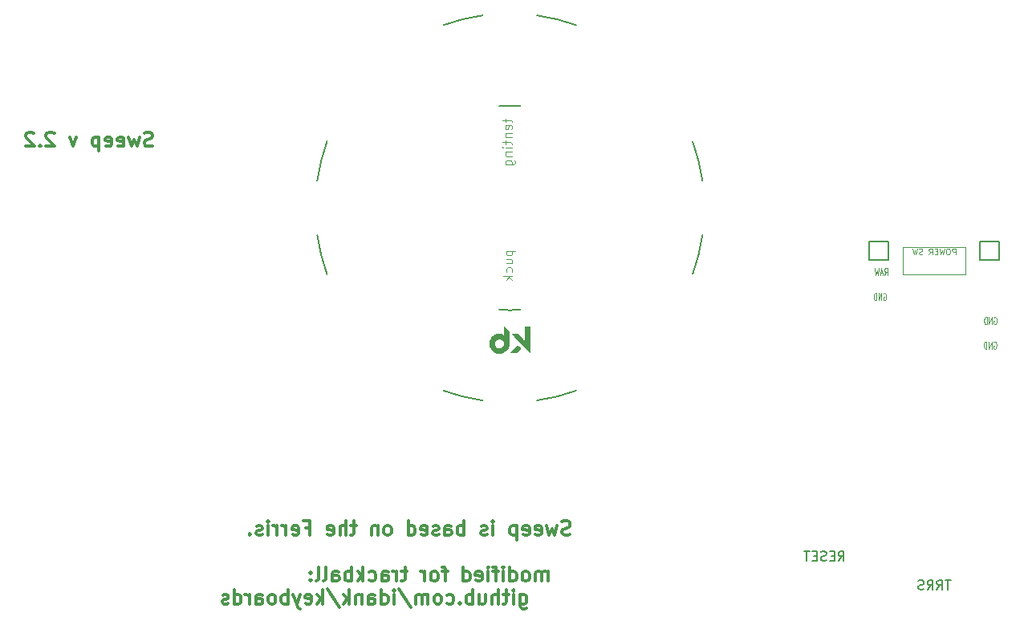
<source format=gbr>
%TF.GenerationSoftware,KiCad,Pcbnew,(6.0.8-1)-1*%
%TF.CreationDate,2023-02-27T11:26:25+02:00*%
%TF.ProjectId,sweepv2,73776565-7076-4322-9e6b-696361645f70,rev?*%
%TF.SameCoordinates,Original*%
%TF.FileFunction,Legend,Bot*%
%TF.FilePolarity,Positive*%
%FSLAX46Y46*%
G04 Gerber Fmt 4.6, Leading zero omitted, Abs format (unit mm)*
G04 Created by KiCad (PCBNEW (6.0.8-1)-1) date 2023-02-27 11:26:25*
%MOMM*%
%LPD*%
G01*
G04 APERTURE LIST*
%ADD10C,0.120000*%
%ADD11C,0.300000*%
%ADD12C,0.125000*%
%ADD13C,0.150000*%
%ADD14C,0.100000*%
%ADD15C,0.200000*%
%ADD16C,0.010000*%
G04 APERTURE END LIST*
D10*
X226822000Y-50419000D02*
X233426000Y-50419000D01*
X233426000Y-50419000D02*
X233426000Y-53340000D01*
X233426000Y-53340000D02*
X226822000Y-53340000D01*
X226822000Y-53340000D02*
X226822000Y-50419000D01*
D11*
X147648571Y-39723142D02*
X147434285Y-39794571D01*
X147077142Y-39794571D01*
X146934285Y-39723142D01*
X146862857Y-39651714D01*
X146791428Y-39508857D01*
X146791428Y-39366000D01*
X146862857Y-39223142D01*
X146934285Y-39151714D01*
X147077142Y-39080285D01*
X147362857Y-39008857D01*
X147505714Y-38937428D01*
X147577142Y-38866000D01*
X147648571Y-38723142D01*
X147648571Y-38580285D01*
X147577142Y-38437428D01*
X147505714Y-38366000D01*
X147362857Y-38294571D01*
X147005714Y-38294571D01*
X146791428Y-38366000D01*
X146291428Y-38794571D02*
X146005714Y-39794571D01*
X145720000Y-39080285D01*
X145434285Y-39794571D01*
X145148571Y-38794571D01*
X144005714Y-39723142D02*
X144148571Y-39794571D01*
X144434285Y-39794571D01*
X144577142Y-39723142D01*
X144648571Y-39580285D01*
X144648571Y-39008857D01*
X144577142Y-38866000D01*
X144434285Y-38794571D01*
X144148571Y-38794571D01*
X144005714Y-38866000D01*
X143934285Y-39008857D01*
X143934285Y-39151714D01*
X144648571Y-39294571D01*
X142720000Y-39723142D02*
X142862857Y-39794571D01*
X143148571Y-39794571D01*
X143291428Y-39723142D01*
X143362857Y-39580285D01*
X143362857Y-39008857D01*
X143291428Y-38866000D01*
X143148571Y-38794571D01*
X142862857Y-38794571D01*
X142720000Y-38866000D01*
X142648571Y-39008857D01*
X142648571Y-39151714D01*
X143362857Y-39294571D01*
X142005714Y-38794571D02*
X142005714Y-40294571D01*
X142005714Y-38866000D02*
X141862857Y-38794571D01*
X141577142Y-38794571D01*
X141434285Y-38866000D01*
X141362857Y-38937428D01*
X141291428Y-39080285D01*
X141291428Y-39508857D01*
X141362857Y-39651714D01*
X141434285Y-39723142D01*
X141577142Y-39794571D01*
X141862857Y-39794571D01*
X142005714Y-39723142D01*
X139648571Y-38794571D02*
X139291428Y-39794571D01*
X138934285Y-38794571D01*
X137291428Y-38437428D02*
X137220000Y-38366000D01*
X137077142Y-38294571D01*
X136720000Y-38294571D01*
X136577142Y-38366000D01*
X136505714Y-38437428D01*
X136434285Y-38580285D01*
X136434285Y-38723142D01*
X136505714Y-38937428D01*
X137362857Y-39794571D01*
X136434285Y-39794571D01*
X135791428Y-39651714D02*
X135720000Y-39723142D01*
X135791428Y-39794571D01*
X135862857Y-39723142D01*
X135791428Y-39651714D01*
X135791428Y-39794571D01*
X135148571Y-38437428D02*
X135077142Y-38366000D01*
X134934285Y-38294571D01*
X134577142Y-38294571D01*
X134434285Y-38366000D01*
X134362857Y-38437428D01*
X134291428Y-38580285D01*
X134291428Y-38723142D01*
X134362857Y-38937428D01*
X135220000Y-39794571D01*
X134291428Y-39794571D01*
X191719285Y-80759642D02*
X191505000Y-80831071D01*
X191147857Y-80831071D01*
X191005000Y-80759642D01*
X190933571Y-80688214D01*
X190862142Y-80545357D01*
X190862142Y-80402500D01*
X190933571Y-80259642D01*
X191005000Y-80188214D01*
X191147857Y-80116785D01*
X191433571Y-80045357D01*
X191576428Y-79973928D01*
X191647857Y-79902500D01*
X191719285Y-79759642D01*
X191719285Y-79616785D01*
X191647857Y-79473928D01*
X191576428Y-79402500D01*
X191433571Y-79331071D01*
X191076428Y-79331071D01*
X190862142Y-79402500D01*
X190362142Y-79831071D02*
X190076428Y-80831071D01*
X189790714Y-80116785D01*
X189505000Y-80831071D01*
X189219285Y-79831071D01*
X188076428Y-80759642D02*
X188219285Y-80831071D01*
X188505000Y-80831071D01*
X188647857Y-80759642D01*
X188719285Y-80616785D01*
X188719285Y-80045357D01*
X188647857Y-79902500D01*
X188505000Y-79831071D01*
X188219285Y-79831071D01*
X188076428Y-79902500D01*
X188005000Y-80045357D01*
X188005000Y-80188214D01*
X188719285Y-80331071D01*
X186790714Y-80759642D02*
X186933571Y-80831071D01*
X187219285Y-80831071D01*
X187362142Y-80759642D01*
X187433571Y-80616785D01*
X187433571Y-80045357D01*
X187362142Y-79902500D01*
X187219285Y-79831071D01*
X186933571Y-79831071D01*
X186790714Y-79902500D01*
X186719285Y-80045357D01*
X186719285Y-80188214D01*
X187433571Y-80331071D01*
X186076428Y-79831071D02*
X186076428Y-81331071D01*
X186076428Y-79902500D02*
X185933571Y-79831071D01*
X185647857Y-79831071D01*
X185505000Y-79902500D01*
X185433571Y-79973928D01*
X185362142Y-80116785D01*
X185362142Y-80545357D01*
X185433571Y-80688214D01*
X185505000Y-80759642D01*
X185647857Y-80831071D01*
X185933571Y-80831071D01*
X186076428Y-80759642D01*
X183576428Y-80831071D02*
X183576428Y-79831071D01*
X183576428Y-79331071D02*
X183647857Y-79402500D01*
X183576428Y-79473928D01*
X183505000Y-79402500D01*
X183576428Y-79331071D01*
X183576428Y-79473928D01*
X182933571Y-80759642D02*
X182790714Y-80831071D01*
X182505000Y-80831071D01*
X182362142Y-80759642D01*
X182290714Y-80616785D01*
X182290714Y-80545357D01*
X182362142Y-80402500D01*
X182505000Y-80331071D01*
X182719285Y-80331071D01*
X182862142Y-80259642D01*
X182933571Y-80116785D01*
X182933571Y-80045357D01*
X182862142Y-79902500D01*
X182719285Y-79831071D01*
X182505000Y-79831071D01*
X182362142Y-79902500D01*
X180505000Y-80831071D02*
X180505000Y-79331071D01*
X180505000Y-79902500D02*
X180362142Y-79831071D01*
X180076428Y-79831071D01*
X179933571Y-79902500D01*
X179862142Y-79973928D01*
X179790714Y-80116785D01*
X179790714Y-80545357D01*
X179862142Y-80688214D01*
X179933571Y-80759642D01*
X180076428Y-80831071D01*
X180362142Y-80831071D01*
X180505000Y-80759642D01*
X178505000Y-80831071D02*
X178505000Y-80045357D01*
X178576428Y-79902500D01*
X178719285Y-79831071D01*
X179005000Y-79831071D01*
X179147857Y-79902500D01*
X178505000Y-80759642D02*
X178647857Y-80831071D01*
X179005000Y-80831071D01*
X179147857Y-80759642D01*
X179219285Y-80616785D01*
X179219285Y-80473928D01*
X179147857Y-80331071D01*
X179005000Y-80259642D01*
X178647857Y-80259642D01*
X178505000Y-80188214D01*
X177862142Y-80759642D02*
X177719285Y-80831071D01*
X177433571Y-80831071D01*
X177290714Y-80759642D01*
X177219285Y-80616785D01*
X177219285Y-80545357D01*
X177290714Y-80402500D01*
X177433571Y-80331071D01*
X177647857Y-80331071D01*
X177790714Y-80259642D01*
X177862142Y-80116785D01*
X177862142Y-80045357D01*
X177790714Y-79902500D01*
X177647857Y-79831071D01*
X177433571Y-79831071D01*
X177290714Y-79902500D01*
X176005000Y-80759642D02*
X176147857Y-80831071D01*
X176433571Y-80831071D01*
X176576428Y-80759642D01*
X176647857Y-80616785D01*
X176647857Y-80045357D01*
X176576428Y-79902500D01*
X176433571Y-79831071D01*
X176147857Y-79831071D01*
X176005000Y-79902500D01*
X175933571Y-80045357D01*
X175933571Y-80188214D01*
X176647857Y-80331071D01*
X174647857Y-80831071D02*
X174647857Y-79331071D01*
X174647857Y-80759642D02*
X174790714Y-80831071D01*
X175076428Y-80831071D01*
X175219285Y-80759642D01*
X175290714Y-80688214D01*
X175362142Y-80545357D01*
X175362142Y-80116785D01*
X175290714Y-79973928D01*
X175219285Y-79902500D01*
X175076428Y-79831071D01*
X174790714Y-79831071D01*
X174647857Y-79902500D01*
X172576428Y-80831071D02*
X172719285Y-80759642D01*
X172790714Y-80688214D01*
X172862142Y-80545357D01*
X172862142Y-80116785D01*
X172790714Y-79973928D01*
X172719285Y-79902500D01*
X172576428Y-79831071D01*
X172362142Y-79831071D01*
X172219285Y-79902500D01*
X172147857Y-79973928D01*
X172076428Y-80116785D01*
X172076428Y-80545357D01*
X172147857Y-80688214D01*
X172219285Y-80759642D01*
X172362142Y-80831071D01*
X172576428Y-80831071D01*
X171433571Y-79831071D02*
X171433571Y-80831071D01*
X171433571Y-79973928D02*
X171362142Y-79902500D01*
X171219285Y-79831071D01*
X171005000Y-79831071D01*
X170862142Y-79902500D01*
X170790714Y-80045357D01*
X170790714Y-80831071D01*
X169147857Y-79831071D02*
X168576428Y-79831071D01*
X168933571Y-79331071D02*
X168933571Y-80616785D01*
X168862142Y-80759642D01*
X168719285Y-80831071D01*
X168576428Y-80831071D01*
X168076428Y-80831071D02*
X168076428Y-79331071D01*
X167433571Y-80831071D02*
X167433571Y-80045357D01*
X167505000Y-79902500D01*
X167647857Y-79831071D01*
X167862142Y-79831071D01*
X168005000Y-79902500D01*
X168076428Y-79973928D01*
X166147857Y-80759642D02*
X166290714Y-80831071D01*
X166576428Y-80831071D01*
X166719285Y-80759642D01*
X166790714Y-80616785D01*
X166790714Y-80045357D01*
X166719285Y-79902500D01*
X166576428Y-79831071D01*
X166290714Y-79831071D01*
X166147857Y-79902500D01*
X166076428Y-80045357D01*
X166076428Y-80188214D01*
X166790714Y-80331071D01*
X163790714Y-80045357D02*
X164290714Y-80045357D01*
X164290714Y-80831071D02*
X164290714Y-79331071D01*
X163576428Y-79331071D01*
X162433571Y-80759642D02*
X162576428Y-80831071D01*
X162862142Y-80831071D01*
X163005000Y-80759642D01*
X163076428Y-80616785D01*
X163076428Y-80045357D01*
X163005000Y-79902500D01*
X162862142Y-79831071D01*
X162576428Y-79831071D01*
X162433571Y-79902500D01*
X162362142Y-80045357D01*
X162362142Y-80188214D01*
X163076428Y-80331071D01*
X161719285Y-80831071D02*
X161719285Y-79831071D01*
X161719285Y-80116785D02*
X161647857Y-79973928D01*
X161576428Y-79902500D01*
X161433571Y-79831071D01*
X161290714Y-79831071D01*
X160790714Y-80831071D02*
X160790714Y-79831071D01*
X160790714Y-80116785D02*
X160719285Y-79973928D01*
X160647857Y-79902500D01*
X160505000Y-79831071D01*
X160362142Y-79831071D01*
X159862142Y-80831071D02*
X159862142Y-79831071D01*
X159862142Y-79331071D02*
X159933571Y-79402500D01*
X159862142Y-79473928D01*
X159790714Y-79402500D01*
X159862142Y-79331071D01*
X159862142Y-79473928D01*
X159219285Y-80759642D02*
X159076428Y-80831071D01*
X158790714Y-80831071D01*
X158647857Y-80759642D01*
X158576428Y-80616785D01*
X158576428Y-80545357D01*
X158647857Y-80402500D01*
X158790714Y-80331071D01*
X159005000Y-80331071D01*
X159147857Y-80259642D01*
X159219285Y-80116785D01*
X159219285Y-80045357D01*
X159147857Y-79902500D01*
X159005000Y-79831071D01*
X158790714Y-79831071D01*
X158647857Y-79902500D01*
X157933571Y-80688214D02*
X157862142Y-80759642D01*
X157933571Y-80831071D01*
X158005000Y-80759642D01*
X157933571Y-80688214D01*
X157933571Y-80831071D01*
X189362142Y-85661071D02*
X189362142Y-84661071D01*
X189362142Y-84803928D02*
X189290714Y-84732500D01*
X189147857Y-84661071D01*
X188933571Y-84661071D01*
X188790714Y-84732500D01*
X188719285Y-84875357D01*
X188719285Y-85661071D01*
X188719285Y-84875357D02*
X188647857Y-84732500D01*
X188505000Y-84661071D01*
X188290714Y-84661071D01*
X188147857Y-84732500D01*
X188076428Y-84875357D01*
X188076428Y-85661071D01*
X187147857Y-85661071D02*
X187290714Y-85589642D01*
X187362142Y-85518214D01*
X187433571Y-85375357D01*
X187433571Y-84946785D01*
X187362142Y-84803928D01*
X187290714Y-84732500D01*
X187147857Y-84661071D01*
X186933571Y-84661071D01*
X186790714Y-84732500D01*
X186719285Y-84803928D01*
X186647857Y-84946785D01*
X186647857Y-85375357D01*
X186719285Y-85518214D01*
X186790714Y-85589642D01*
X186933571Y-85661071D01*
X187147857Y-85661071D01*
X185362142Y-85661071D02*
X185362142Y-84161071D01*
X185362142Y-85589642D02*
X185505000Y-85661071D01*
X185790714Y-85661071D01*
X185933571Y-85589642D01*
X186005000Y-85518214D01*
X186076428Y-85375357D01*
X186076428Y-84946785D01*
X186005000Y-84803928D01*
X185933571Y-84732500D01*
X185790714Y-84661071D01*
X185505000Y-84661071D01*
X185362142Y-84732500D01*
X184647857Y-85661071D02*
X184647857Y-84661071D01*
X184647857Y-84161071D02*
X184719285Y-84232500D01*
X184647857Y-84303928D01*
X184576428Y-84232500D01*
X184647857Y-84161071D01*
X184647857Y-84303928D01*
X184147857Y-84661071D02*
X183576428Y-84661071D01*
X183933571Y-85661071D02*
X183933571Y-84375357D01*
X183862142Y-84232500D01*
X183719285Y-84161071D01*
X183576428Y-84161071D01*
X183076428Y-85661071D02*
X183076428Y-84661071D01*
X183076428Y-84161071D02*
X183147857Y-84232500D01*
X183076428Y-84303928D01*
X183005000Y-84232500D01*
X183076428Y-84161071D01*
X183076428Y-84303928D01*
X181790714Y-85589642D02*
X181933571Y-85661071D01*
X182219285Y-85661071D01*
X182362142Y-85589642D01*
X182433571Y-85446785D01*
X182433571Y-84875357D01*
X182362142Y-84732500D01*
X182219285Y-84661071D01*
X181933571Y-84661071D01*
X181790714Y-84732500D01*
X181719285Y-84875357D01*
X181719285Y-85018214D01*
X182433571Y-85161071D01*
X180433571Y-85661071D02*
X180433571Y-84161071D01*
X180433571Y-85589642D02*
X180576428Y-85661071D01*
X180862142Y-85661071D01*
X181005000Y-85589642D01*
X181076428Y-85518214D01*
X181147857Y-85375357D01*
X181147857Y-84946785D01*
X181076428Y-84803928D01*
X181005000Y-84732500D01*
X180862142Y-84661071D01*
X180576428Y-84661071D01*
X180433571Y-84732500D01*
X178790714Y-84661071D02*
X178219285Y-84661071D01*
X178576428Y-85661071D02*
X178576428Y-84375357D01*
X178505000Y-84232500D01*
X178362142Y-84161071D01*
X178219285Y-84161071D01*
X177505000Y-85661071D02*
X177647857Y-85589642D01*
X177719285Y-85518214D01*
X177790714Y-85375357D01*
X177790714Y-84946785D01*
X177719285Y-84803928D01*
X177647857Y-84732500D01*
X177505000Y-84661071D01*
X177290714Y-84661071D01*
X177147857Y-84732500D01*
X177076428Y-84803928D01*
X177005000Y-84946785D01*
X177005000Y-85375357D01*
X177076428Y-85518214D01*
X177147857Y-85589642D01*
X177290714Y-85661071D01*
X177505000Y-85661071D01*
X176362142Y-85661071D02*
X176362142Y-84661071D01*
X176362142Y-84946785D02*
X176290714Y-84803928D01*
X176219285Y-84732500D01*
X176076428Y-84661071D01*
X175933571Y-84661071D01*
X174505000Y-84661071D02*
X173933571Y-84661071D01*
X174290714Y-84161071D02*
X174290714Y-85446785D01*
X174219285Y-85589642D01*
X174076428Y-85661071D01*
X173933571Y-85661071D01*
X173433571Y-85661071D02*
X173433571Y-84661071D01*
X173433571Y-84946785D02*
X173362142Y-84803928D01*
X173290714Y-84732500D01*
X173147857Y-84661071D01*
X173005000Y-84661071D01*
X171862142Y-85661071D02*
X171862142Y-84875357D01*
X171933571Y-84732500D01*
X172076428Y-84661071D01*
X172362142Y-84661071D01*
X172505000Y-84732500D01*
X171862142Y-85589642D02*
X172005000Y-85661071D01*
X172362142Y-85661071D01*
X172505000Y-85589642D01*
X172576428Y-85446785D01*
X172576428Y-85303928D01*
X172505000Y-85161071D01*
X172362142Y-85089642D01*
X172005000Y-85089642D01*
X171862142Y-85018214D01*
X170505000Y-85589642D02*
X170647857Y-85661071D01*
X170933571Y-85661071D01*
X171076428Y-85589642D01*
X171147857Y-85518214D01*
X171219285Y-85375357D01*
X171219285Y-84946785D01*
X171147857Y-84803928D01*
X171076428Y-84732500D01*
X170933571Y-84661071D01*
X170647857Y-84661071D01*
X170505000Y-84732500D01*
X169862142Y-85661071D02*
X169862142Y-84161071D01*
X169719285Y-85089642D02*
X169290714Y-85661071D01*
X169290714Y-84661071D02*
X169862142Y-85232500D01*
X168647857Y-85661071D02*
X168647857Y-84161071D01*
X168647857Y-84732500D02*
X168505000Y-84661071D01*
X168219285Y-84661071D01*
X168076428Y-84732500D01*
X168005000Y-84803928D01*
X167933571Y-84946785D01*
X167933571Y-85375357D01*
X168005000Y-85518214D01*
X168076428Y-85589642D01*
X168219285Y-85661071D01*
X168505000Y-85661071D01*
X168647857Y-85589642D01*
X166647857Y-85661071D02*
X166647857Y-84875357D01*
X166719285Y-84732500D01*
X166862142Y-84661071D01*
X167147857Y-84661071D01*
X167290714Y-84732500D01*
X166647857Y-85589642D02*
X166790714Y-85661071D01*
X167147857Y-85661071D01*
X167290714Y-85589642D01*
X167362142Y-85446785D01*
X167362142Y-85303928D01*
X167290714Y-85161071D01*
X167147857Y-85089642D01*
X166790714Y-85089642D01*
X166647857Y-85018214D01*
X165719285Y-85661071D02*
X165862142Y-85589642D01*
X165933571Y-85446785D01*
X165933571Y-84161071D01*
X164933571Y-85661071D02*
X165076428Y-85589642D01*
X165147857Y-85446785D01*
X165147857Y-84161071D01*
X164362142Y-85518214D02*
X164290714Y-85589642D01*
X164362142Y-85661071D01*
X164433571Y-85589642D01*
X164362142Y-85518214D01*
X164362142Y-85661071D01*
X164362142Y-84732500D02*
X164290714Y-84803928D01*
X164362142Y-84875357D01*
X164433571Y-84803928D01*
X164362142Y-84732500D01*
X164362142Y-84875357D01*
X186433571Y-87076071D02*
X186433571Y-88290357D01*
X186505000Y-88433214D01*
X186576428Y-88504642D01*
X186719285Y-88576071D01*
X186933571Y-88576071D01*
X187076428Y-88504642D01*
X186433571Y-88004642D02*
X186576428Y-88076071D01*
X186862142Y-88076071D01*
X187005000Y-88004642D01*
X187076428Y-87933214D01*
X187147857Y-87790357D01*
X187147857Y-87361785D01*
X187076428Y-87218928D01*
X187005000Y-87147500D01*
X186862142Y-87076071D01*
X186576428Y-87076071D01*
X186433571Y-87147500D01*
X185719285Y-88076071D02*
X185719285Y-87076071D01*
X185719285Y-86576071D02*
X185790714Y-86647500D01*
X185719285Y-86718928D01*
X185647857Y-86647500D01*
X185719285Y-86576071D01*
X185719285Y-86718928D01*
X185219285Y-87076071D02*
X184647857Y-87076071D01*
X185005000Y-86576071D02*
X185005000Y-87861785D01*
X184933571Y-88004642D01*
X184790714Y-88076071D01*
X184647857Y-88076071D01*
X184147857Y-88076071D02*
X184147857Y-86576071D01*
X183505000Y-88076071D02*
X183505000Y-87290357D01*
X183576428Y-87147500D01*
X183719285Y-87076071D01*
X183933571Y-87076071D01*
X184076428Y-87147500D01*
X184147857Y-87218928D01*
X182147857Y-87076071D02*
X182147857Y-88076071D01*
X182790714Y-87076071D02*
X182790714Y-87861785D01*
X182719285Y-88004642D01*
X182576428Y-88076071D01*
X182362142Y-88076071D01*
X182219285Y-88004642D01*
X182147857Y-87933214D01*
X181433571Y-88076071D02*
X181433571Y-86576071D01*
X181433571Y-87147500D02*
X181290714Y-87076071D01*
X181005000Y-87076071D01*
X180862142Y-87147500D01*
X180790714Y-87218928D01*
X180719285Y-87361785D01*
X180719285Y-87790357D01*
X180790714Y-87933214D01*
X180862142Y-88004642D01*
X181005000Y-88076071D01*
X181290714Y-88076071D01*
X181433571Y-88004642D01*
X180076428Y-87933214D02*
X180005000Y-88004642D01*
X180076428Y-88076071D01*
X180147857Y-88004642D01*
X180076428Y-87933214D01*
X180076428Y-88076071D01*
X178719285Y-88004642D02*
X178862142Y-88076071D01*
X179147857Y-88076071D01*
X179290714Y-88004642D01*
X179362142Y-87933214D01*
X179433571Y-87790357D01*
X179433571Y-87361785D01*
X179362142Y-87218928D01*
X179290714Y-87147500D01*
X179147857Y-87076071D01*
X178862142Y-87076071D01*
X178719285Y-87147500D01*
X177862142Y-88076071D02*
X178005000Y-88004642D01*
X178076428Y-87933214D01*
X178147857Y-87790357D01*
X178147857Y-87361785D01*
X178076428Y-87218928D01*
X178005000Y-87147500D01*
X177862142Y-87076071D01*
X177647857Y-87076071D01*
X177505000Y-87147500D01*
X177433571Y-87218928D01*
X177362142Y-87361785D01*
X177362142Y-87790357D01*
X177433571Y-87933214D01*
X177505000Y-88004642D01*
X177647857Y-88076071D01*
X177862142Y-88076071D01*
X176719285Y-88076071D02*
X176719285Y-87076071D01*
X176719285Y-87218928D02*
X176647857Y-87147500D01*
X176505000Y-87076071D01*
X176290714Y-87076071D01*
X176147857Y-87147500D01*
X176076428Y-87290357D01*
X176076428Y-88076071D01*
X176076428Y-87290357D02*
X176005000Y-87147500D01*
X175862142Y-87076071D01*
X175647857Y-87076071D01*
X175505000Y-87147500D01*
X175433571Y-87290357D01*
X175433571Y-88076071D01*
X173647857Y-86504642D02*
X174933571Y-88433214D01*
X173147857Y-88076071D02*
X173147857Y-87076071D01*
X173147857Y-86576071D02*
X173219285Y-86647500D01*
X173147857Y-86718928D01*
X173076428Y-86647500D01*
X173147857Y-86576071D01*
X173147857Y-86718928D01*
X171790714Y-88076071D02*
X171790714Y-86576071D01*
X171790714Y-88004642D02*
X171933571Y-88076071D01*
X172219285Y-88076071D01*
X172362142Y-88004642D01*
X172433571Y-87933214D01*
X172505000Y-87790357D01*
X172505000Y-87361785D01*
X172433571Y-87218928D01*
X172362142Y-87147500D01*
X172219285Y-87076071D01*
X171933571Y-87076071D01*
X171790714Y-87147500D01*
X170433571Y-88076071D02*
X170433571Y-87290357D01*
X170505000Y-87147500D01*
X170647857Y-87076071D01*
X170933571Y-87076071D01*
X171076428Y-87147500D01*
X170433571Y-88004642D02*
X170576428Y-88076071D01*
X170933571Y-88076071D01*
X171076428Y-88004642D01*
X171147857Y-87861785D01*
X171147857Y-87718928D01*
X171076428Y-87576071D01*
X170933571Y-87504642D01*
X170576428Y-87504642D01*
X170433571Y-87433214D01*
X169719285Y-87076071D02*
X169719285Y-88076071D01*
X169719285Y-87218928D02*
X169647857Y-87147500D01*
X169505000Y-87076071D01*
X169290714Y-87076071D01*
X169147857Y-87147500D01*
X169076428Y-87290357D01*
X169076428Y-88076071D01*
X168362142Y-88076071D02*
X168362142Y-86576071D01*
X168219285Y-87504642D02*
X167790714Y-88076071D01*
X167790714Y-87076071D02*
X168362142Y-87647500D01*
X166076428Y-86504642D02*
X167362142Y-88433214D01*
X165576428Y-88076071D02*
X165576428Y-86576071D01*
X165433571Y-87504642D02*
X165005000Y-88076071D01*
X165005000Y-87076071D02*
X165576428Y-87647500D01*
X163790714Y-88004642D02*
X163933571Y-88076071D01*
X164219285Y-88076071D01*
X164362142Y-88004642D01*
X164433571Y-87861785D01*
X164433571Y-87290357D01*
X164362142Y-87147500D01*
X164219285Y-87076071D01*
X163933571Y-87076071D01*
X163790714Y-87147500D01*
X163719285Y-87290357D01*
X163719285Y-87433214D01*
X164433571Y-87576071D01*
X163219285Y-87076071D02*
X162862142Y-88076071D01*
X162505000Y-87076071D02*
X162862142Y-88076071D01*
X163005000Y-88433214D01*
X163076428Y-88504642D01*
X163219285Y-88576071D01*
X161933571Y-88076071D02*
X161933571Y-86576071D01*
X161933571Y-87147500D02*
X161790714Y-87076071D01*
X161505000Y-87076071D01*
X161362142Y-87147500D01*
X161290714Y-87218928D01*
X161219285Y-87361785D01*
X161219285Y-87790357D01*
X161290714Y-87933214D01*
X161362142Y-88004642D01*
X161505000Y-88076071D01*
X161790714Y-88076071D01*
X161933571Y-88004642D01*
X160362142Y-88076071D02*
X160505000Y-88004642D01*
X160576428Y-87933214D01*
X160647857Y-87790357D01*
X160647857Y-87361785D01*
X160576428Y-87218928D01*
X160505000Y-87147500D01*
X160362142Y-87076071D01*
X160147857Y-87076071D01*
X160005000Y-87147500D01*
X159933571Y-87218928D01*
X159862142Y-87361785D01*
X159862142Y-87790357D01*
X159933571Y-87933214D01*
X160005000Y-88004642D01*
X160147857Y-88076071D01*
X160362142Y-88076071D01*
X158576428Y-88076071D02*
X158576428Y-87290357D01*
X158647857Y-87147500D01*
X158790714Y-87076071D01*
X159076428Y-87076071D01*
X159219285Y-87147500D01*
X158576428Y-88004642D02*
X158719285Y-88076071D01*
X159076428Y-88076071D01*
X159219285Y-88004642D01*
X159290714Y-87861785D01*
X159290714Y-87718928D01*
X159219285Y-87576071D01*
X159076428Y-87504642D01*
X158719285Y-87504642D01*
X158576428Y-87433214D01*
X157862142Y-88076071D02*
X157862142Y-87076071D01*
X157862142Y-87361785D02*
X157790714Y-87218928D01*
X157719285Y-87147500D01*
X157576428Y-87076071D01*
X157433571Y-87076071D01*
X156290714Y-88076071D02*
X156290714Y-86576071D01*
X156290714Y-88004642D02*
X156433571Y-88076071D01*
X156719285Y-88076071D01*
X156862142Y-88004642D01*
X156933571Y-87933214D01*
X157005000Y-87790357D01*
X157005000Y-87361785D01*
X156933571Y-87218928D01*
X156862142Y-87147500D01*
X156719285Y-87076071D01*
X156433571Y-87076071D01*
X156290714Y-87147500D01*
X155647857Y-88004642D02*
X155505000Y-88076071D01*
X155219285Y-88076071D01*
X155076428Y-88004642D01*
X155005000Y-87861785D01*
X155005000Y-87790357D01*
X155076428Y-87647500D01*
X155219285Y-87576071D01*
X155433571Y-87576071D01*
X155576428Y-87504642D01*
X155647857Y-87361785D01*
X155647857Y-87290357D01*
X155576428Y-87147500D01*
X155433571Y-87076071D01*
X155219285Y-87076071D01*
X155076428Y-87147500D01*
D12*
%TO.C,U1*%
X224788952Y-55309000D02*
X224836571Y-55273285D01*
X224908000Y-55273285D01*
X224979428Y-55309000D01*
X225027047Y-55380428D01*
X225050857Y-55451857D01*
X225074666Y-55594714D01*
X225074666Y-55701857D01*
X225050857Y-55844714D01*
X225027047Y-55916142D01*
X224979428Y-55987571D01*
X224908000Y-56023285D01*
X224860380Y-56023285D01*
X224788952Y-55987571D01*
X224765142Y-55951857D01*
X224765142Y-55701857D01*
X224860380Y-55701857D01*
X224550857Y-56023285D02*
X224550857Y-55273285D01*
X224265142Y-56023285D01*
X224265142Y-55273285D01*
X224027047Y-56023285D02*
X224027047Y-55273285D01*
X223908000Y-55273285D01*
X223836571Y-55309000D01*
X223788952Y-55380428D01*
X223765142Y-55451857D01*
X223741333Y-55594714D01*
X223741333Y-55701857D01*
X223765142Y-55844714D01*
X223788952Y-55916142D01*
X223836571Y-55987571D01*
X223908000Y-56023285D01*
X224027047Y-56023285D01*
X236418952Y-60419000D02*
X236466571Y-60383285D01*
X236538000Y-60383285D01*
X236609428Y-60419000D01*
X236657047Y-60490428D01*
X236680857Y-60561857D01*
X236704666Y-60704714D01*
X236704666Y-60811857D01*
X236680857Y-60954714D01*
X236657047Y-61026142D01*
X236609428Y-61097571D01*
X236538000Y-61133285D01*
X236490380Y-61133285D01*
X236418952Y-61097571D01*
X236395142Y-61061857D01*
X236395142Y-60811857D01*
X236490380Y-60811857D01*
X236180857Y-61133285D02*
X236180857Y-60383285D01*
X235895142Y-61133285D01*
X235895142Y-60383285D01*
X235657047Y-61133285D02*
X235657047Y-60383285D01*
X235538000Y-60383285D01*
X235466571Y-60419000D01*
X235418952Y-60490428D01*
X235395142Y-60561857D01*
X235371333Y-60704714D01*
X235371333Y-60811857D01*
X235395142Y-60954714D01*
X235418952Y-61026142D01*
X235466571Y-61097571D01*
X235538000Y-61133285D01*
X235657047Y-61133285D01*
D13*
D12*
X224883238Y-53383285D02*
X225049904Y-53026142D01*
X225168952Y-53383285D02*
X225168952Y-52633285D01*
X224978476Y-52633285D01*
X224930857Y-52669000D01*
X224907047Y-52704714D01*
X224883238Y-52776142D01*
X224883238Y-52883285D01*
X224907047Y-52954714D01*
X224930857Y-52990428D01*
X224978476Y-53026142D01*
X225168952Y-53026142D01*
X224692761Y-53169000D02*
X224454666Y-53169000D01*
X224740380Y-53383285D02*
X224573714Y-52633285D01*
X224407047Y-53383285D01*
X224288000Y-52633285D02*
X224168952Y-53383285D01*
X224073714Y-52847571D01*
X223978476Y-53383285D01*
X223859428Y-52633285D01*
X236438952Y-57839000D02*
X236486571Y-57803285D01*
X236558000Y-57803285D01*
X236629428Y-57839000D01*
X236677047Y-57910428D01*
X236700857Y-57981857D01*
X236724666Y-58124714D01*
X236724666Y-58231857D01*
X236700857Y-58374714D01*
X236677047Y-58446142D01*
X236629428Y-58517571D01*
X236558000Y-58553285D01*
X236510380Y-58553285D01*
X236438952Y-58517571D01*
X236415142Y-58481857D01*
X236415142Y-58231857D01*
X236510380Y-58231857D01*
X236200857Y-58553285D02*
X236200857Y-57803285D01*
X235915142Y-58553285D01*
X235915142Y-57803285D01*
X235677047Y-58553285D02*
X235677047Y-57803285D01*
X235558000Y-57803285D01*
X235486571Y-57839000D01*
X235438952Y-57910428D01*
X235415142Y-57981857D01*
X235391333Y-58124714D01*
X235391333Y-58231857D01*
X235415142Y-58374714D01*
X235438952Y-58446142D01*
X235486571Y-58517571D01*
X235558000Y-58553285D01*
X235677047Y-58553285D01*
D13*
%TO.C,J2*%
X231885904Y-85558380D02*
X231314476Y-85558380D01*
X231600190Y-86558380D02*
X231600190Y-85558380D01*
X230409714Y-86558380D02*
X230743047Y-86082190D01*
X230981142Y-86558380D02*
X230981142Y-85558380D01*
X230600190Y-85558380D01*
X230504952Y-85606000D01*
X230457333Y-85653619D01*
X230409714Y-85748857D01*
X230409714Y-85891714D01*
X230457333Y-85986952D01*
X230504952Y-86034571D01*
X230600190Y-86082190D01*
X230981142Y-86082190D01*
X229409714Y-86558380D02*
X229743047Y-86082190D01*
X229981142Y-86558380D02*
X229981142Y-85558380D01*
X229600190Y-85558380D01*
X229504952Y-85606000D01*
X229457333Y-85653619D01*
X229409714Y-85748857D01*
X229409714Y-85891714D01*
X229457333Y-85986952D01*
X229504952Y-86034571D01*
X229600190Y-86082190D01*
X229981142Y-86082190D01*
X229028761Y-86510761D02*
X228885904Y-86558380D01*
X228647809Y-86558380D01*
X228552571Y-86510761D01*
X228504952Y-86463142D01*
X228457333Y-86367904D01*
X228457333Y-86272666D01*
X228504952Y-86177428D01*
X228552571Y-86129809D01*
X228647809Y-86082190D01*
X228838285Y-86034571D01*
X228933523Y-85986952D01*
X228981142Y-85939333D01*
X229028761Y-85844095D01*
X229028761Y-85748857D01*
X228981142Y-85653619D01*
X228933523Y-85606000D01*
X228838285Y-85558380D01*
X228600190Y-85558380D01*
X228457333Y-85606000D01*
%TO.C,RSW1*%
X220019380Y-83510380D02*
X220352714Y-83034190D01*
X220590809Y-83510380D02*
X220590809Y-82510380D01*
X220209857Y-82510380D01*
X220114619Y-82558000D01*
X220067000Y-82605619D01*
X220019380Y-82700857D01*
X220019380Y-82843714D01*
X220067000Y-82938952D01*
X220114619Y-82986571D01*
X220209857Y-83034190D01*
X220590809Y-83034190D01*
X219590809Y-82986571D02*
X219257476Y-82986571D01*
X219114619Y-83510380D02*
X219590809Y-83510380D01*
X219590809Y-82510380D01*
X219114619Y-82510380D01*
X218733666Y-83462761D02*
X218590809Y-83510380D01*
X218352714Y-83510380D01*
X218257476Y-83462761D01*
X218209857Y-83415142D01*
X218162238Y-83319904D01*
X218162238Y-83224666D01*
X218209857Y-83129428D01*
X218257476Y-83081809D01*
X218352714Y-83034190D01*
X218543190Y-82986571D01*
X218638428Y-82938952D01*
X218686047Y-82891333D01*
X218733666Y-82796095D01*
X218733666Y-82700857D01*
X218686047Y-82605619D01*
X218638428Y-82558000D01*
X218543190Y-82510380D01*
X218305095Y-82510380D01*
X218162238Y-82558000D01*
X217733666Y-82986571D02*
X217400333Y-82986571D01*
X217257476Y-83510380D02*
X217733666Y-83510380D01*
X217733666Y-82510380D01*
X217257476Y-82510380D01*
X216971761Y-82510380D02*
X216400333Y-82510380D01*
X216686047Y-83510380D02*
X216686047Y-82510380D01*
D14*
%TO.C,REF\u002A\u002A*%
X184887714Y-36860500D02*
X184887714Y-37241452D01*
X184554380Y-37003357D02*
X185411523Y-37003357D01*
X185506761Y-37050976D01*
X185554380Y-37146214D01*
X185554380Y-37241452D01*
X185506761Y-37955738D02*
X185554380Y-37860500D01*
X185554380Y-37670023D01*
X185506761Y-37574785D01*
X185411523Y-37527166D01*
X185030571Y-37527166D01*
X184935333Y-37574785D01*
X184887714Y-37670023D01*
X184887714Y-37860500D01*
X184935333Y-37955738D01*
X185030571Y-38003357D01*
X185125809Y-38003357D01*
X185221047Y-37527166D01*
X184887714Y-38431928D02*
X185554380Y-38431928D01*
X184982952Y-38431928D02*
X184935333Y-38479547D01*
X184887714Y-38574785D01*
X184887714Y-38717642D01*
X184935333Y-38812880D01*
X185030571Y-38860500D01*
X185554380Y-38860500D01*
X184887714Y-39193833D02*
X184887714Y-39574785D01*
X184554380Y-39336690D02*
X185411523Y-39336690D01*
X185506761Y-39384309D01*
X185554380Y-39479547D01*
X185554380Y-39574785D01*
X185554380Y-39908119D02*
X184887714Y-39908119D01*
X184554380Y-39908119D02*
X184602000Y-39860500D01*
X184649619Y-39908119D01*
X184602000Y-39955738D01*
X184554380Y-39908119D01*
X184649619Y-39908119D01*
X184887714Y-40384309D02*
X185554380Y-40384309D01*
X184982952Y-40384309D02*
X184935333Y-40431928D01*
X184887714Y-40527166D01*
X184887714Y-40670023D01*
X184935333Y-40765261D01*
X185030571Y-40812880D01*
X185554380Y-40812880D01*
X184887714Y-41717642D02*
X185697238Y-41717642D01*
X185792476Y-41670023D01*
X185840095Y-41622404D01*
X185887714Y-41527166D01*
X185887714Y-41384309D01*
X185840095Y-41289071D01*
X185506761Y-41717642D02*
X185554380Y-41622404D01*
X185554380Y-41431928D01*
X185506761Y-41336690D01*
X185459142Y-41289071D01*
X185363904Y-41241452D01*
X185078190Y-41241452D01*
X184982952Y-41289071D01*
X184935333Y-41336690D01*
X184887714Y-41431928D01*
X184887714Y-41622404D01*
X184935333Y-41717642D01*
X184951214Y-50814500D02*
X185951214Y-50814500D01*
X184998833Y-50814500D02*
X184951214Y-50909738D01*
X184951214Y-51100214D01*
X184998833Y-51195452D01*
X185046452Y-51243071D01*
X185141690Y-51290690D01*
X185427404Y-51290690D01*
X185522642Y-51243071D01*
X185570261Y-51195452D01*
X185617880Y-51100214D01*
X185617880Y-50909738D01*
X185570261Y-50814500D01*
X184951214Y-52147833D02*
X185617880Y-52147833D01*
X184951214Y-51719261D02*
X185475023Y-51719261D01*
X185570261Y-51766880D01*
X185617880Y-51862119D01*
X185617880Y-52004976D01*
X185570261Y-52100214D01*
X185522642Y-52147833D01*
X185570261Y-53052595D02*
X185617880Y-52957357D01*
X185617880Y-52766880D01*
X185570261Y-52671642D01*
X185522642Y-52624023D01*
X185427404Y-52576404D01*
X185141690Y-52576404D01*
X185046452Y-52624023D01*
X184998833Y-52671642D01*
X184951214Y-52766880D01*
X184951214Y-52957357D01*
X184998833Y-53052595D01*
X185617880Y-53481166D02*
X184617880Y-53481166D01*
X185236928Y-53576404D02*
X185617880Y-53862119D01*
X184951214Y-53862119D02*
X185332166Y-53481166D01*
D10*
%TO.C,POWER SW*%
X232366857Y-51198428D02*
X232366857Y-50598428D01*
X232138285Y-50598428D01*
X232081142Y-50627000D01*
X232052571Y-50655571D01*
X232024000Y-50712714D01*
X232024000Y-50798428D01*
X232052571Y-50855571D01*
X232081142Y-50884142D01*
X232138285Y-50912714D01*
X232366857Y-50912714D01*
X231652571Y-50598428D02*
X231538285Y-50598428D01*
X231481142Y-50627000D01*
X231424000Y-50684142D01*
X231395428Y-50798428D01*
X231395428Y-50998428D01*
X231424000Y-51112714D01*
X231481142Y-51169857D01*
X231538285Y-51198428D01*
X231652571Y-51198428D01*
X231709714Y-51169857D01*
X231766857Y-51112714D01*
X231795428Y-50998428D01*
X231795428Y-50798428D01*
X231766857Y-50684142D01*
X231709714Y-50627000D01*
X231652571Y-50598428D01*
X231195428Y-50598428D02*
X231052571Y-51198428D01*
X230938285Y-50769857D01*
X230824000Y-51198428D01*
X230681142Y-50598428D01*
X230452571Y-50884142D02*
X230252571Y-50884142D01*
X230166857Y-51198428D02*
X230452571Y-51198428D01*
X230452571Y-50598428D01*
X230166857Y-50598428D01*
X229566857Y-51198428D02*
X229766857Y-50912714D01*
X229909714Y-51198428D02*
X229909714Y-50598428D01*
X229681142Y-50598428D01*
X229624000Y-50627000D01*
X229595428Y-50655571D01*
X229566857Y-50712714D01*
X229566857Y-50798428D01*
X229595428Y-50855571D01*
X229624000Y-50884142D01*
X229681142Y-50912714D01*
X229909714Y-50912714D01*
X228881142Y-51169857D02*
X228795428Y-51198428D01*
X228652571Y-51198428D01*
X228595428Y-51169857D01*
X228566857Y-51141285D01*
X228538285Y-51084142D01*
X228538285Y-51027000D01*
X228566857Y-50969857D01*
X228595428Y-50941285D01*
X228652571Y-50912714D01*
X228766857Y-50884142D01*
X228824000Y-50855571D01*
X228852571Y-50827000D01*
X228881142Y-50769857D01*
X228881142Y-50712714D01*
X228852571Y-50655571D01*
X228824000Y-50627000D01*
X228766857Y-50598428D01*
X228624000Y-50598428D01*
X228538285Y-50627000D01*
X228338285Y-50598428D02*
X228195428Y-51198428D01*
X228081142Y-50769857D01*
X227966857Y-51198428D01*
X227824000Y-50598428D01*
D15*
%TO.C,REF\u002A\u002A*%
X188213500Y-66602000D02*
G75*
G03*
X192364045Y-65568135I-2857506J20320019D01*
G01*
X185356000Y-35487000D02*
G75*
G03*
X184227615Y-35546136I-6J-10794921D01*
G01*
X165035999Y-49139500D02*
G75*
G03*
X166069865Y-53290046I20320001J2857500D01*
G01*
X186484385Y-35546137D02*
G75*
G03*
X185356000Y-35487000I-1128385J-10735763D01*
G01*
X182498500Y-25961999D02*
G75*
G03*
X178347954Y-26995865I2857500J-20320001D01*
G01*
X185356000Y-57077001D02*
G75*
G03*
X186484385Y-57017864I0J10794901D01*
G01*
X204642134Y-53290048D02*
G75*
G03*
X205676000Y-49139500I-19286134J7008048D01*
G01*
X184227615Y-57017864D02*
G75*
G03*
X185356000Y-57077000I1128379J10735785D01*
G01*
X166069865Y-39273956D02*
G75*
G03*
X165036000Y-43424500I19286255J-7008074D01*
G01*
X178347955Y-65568135D02*
G75*
G03*
X182498500Y-66602000I7008045J19286135D01*
G01*
X205676000Y-43424500D02*
G75*
G03*
X204642134Y-39273952I-20320000J-2857500D01*
G01*
X192364049Y-26995867D02*
G75*
G03*
X188213500Y-25962000I-7008049J-19286133D01*
G01*
G36*
X185233717Y-60712364D02*
G01*
X185231104Y-60740759D01*
X185222235Y-60787209D01*
X185184682Y-60914369D01*
X185129516Y-61040232D01*
X185059824Y-61158414D01*
X184978693Y-61262534D01*
X184970299Y-61271700D01*
X184861987Y-61372026D01*
X184739567Y-61456023D01*
X184606394Y-61522002D01*
X184465826Y-61568277D01*
X184321218Y-61593158D01*
X184220972Y-61597641D01*
X184072551Y-61586242D01*
X183929132Y-61553989D01*
X183792896Y-61501966D01*
X183666021Y-61431252D01*
X183550688Y-61342930D01*
X183449075Y-61238081D01*
X183363363Y-61117788D01*
X183306108Y-61010869D01*
X183252963Y-60871633D01*
X183221607Y-60727069D01*
X183215103Y-60630705D01*
X183710342Y-60630705D01*
X183710624Y-60635995D01*
X183714942Y-60691298D01*
X183722299Y-60733590D01*
X183734944Y-60772198D01*
X183755125Y-60816444D01*
X183776613Y-60854771D01*
X183818098Y-60913565D01*
X183866155Y-60969021D01*
X183915478Y-61015215D01*
X183960764Y-61046219D01*
X183976931Y-61053995D01*
X184017836Y-61071355D01*
X184060833Y-61087441D01*
X184133660Y-61106729D01*
X184237361Y-61115250D01*
X184338902Y-61102456D01*
X184435688Y-61069324D01*
X184525120Y-61016831D01*
X184604601Y-60945954D01*
X184671535Y-60857671D01*
X184700189Y-60803526D01*
X184730621Y-60709507D01*
X184741193Y-60611958D01*
X184732887Y-60514010D01*
X184706685Y-60418797D01*
X184663572Y-60329450D01*
X184604529Y-60249104D01*
X184530539Y-60180890D01*
X184442587Y-60127941D01*
X184428584Y-60121655D01*
X184330238Y-60091030D01*
X184228886Y-60080848D01*
X184127982Y-60090168D01*
X184030983Y-60118046D01*
X183941347Y-60163542D01*
X183862530Y-60225712D01*
X183797988Y-60303616D01*
X183780218Y-60332145D01*
X183736566Y-60425568D01*
X183713710Y-60523460D01*
X183710342Y-60630705D01*
X183215103Y-60630705D01*
X183211316Y-60574591D01*
X183214877Y-60484921D01*
X183237558Y-60334642D01*
X183280310Y-60192673D01*
X183342120Y-60060688D01*
X183421978Y-59940363D01*
X183518872Y-59833374D01*
X183631792Y-59741394D01*
X183759725Y-59666101D01*
X183829576Y-59633462D01*
X183904714Y-59604245D01*
X183976366Y-59584753D01*
X184052849Y-59572816D01*
X184142484Y-59566264D01*
X184160296Y-59565596D01*
X184299497Y-59572034D01*
X184429880Y-59599710D01*
X184552096Y-59648814D01*
X184666793Y-59719536D01*
X184690927Y-59736738D01*
X184715773Y-59753081D01*
X184728204Y-59759395D01*
X184729112Y-59755365D01*
X184730561Y-59731558D01*
X184731888Y-59688435D01*
X184733057Y-59628360D01*
X184734033Y-59553698D01*
X184734783Y-59466812D01*
X184735272Y-59370067D01*
X184735464Y-59265827D01*
X184735612Y-58772259D01*
X185243316Y-59282285D01*
X185243229Y-59973999D01*
X185243226Y-59985735D01*
X185242965Y-60136209D01*
X185242301Y-60273481D01*
X185241257Y-60396137D01*
X185239854Y-60502766D01*
X185238115Y-60591955D01*
X185237531Y-60611958D01*
X185236062Y-60662292D01*
X185233717Y-60712364D01*
G37*
D16*
X185233717Y-60712364D02*
X185231104Y-60740759D01*
X185222235Y-60787209D01*
X185184682Y-60914369D01*
X185129516Y-61040232D01*
X185059824Y-61158414D01*
X184978693Y-61262534D01*
X184970299Y-61271700D01*
X184861987Y-61372026D01*
X184739567Y-61456023D01*
X184606394Y-61522002D01*
X184465826Y-61568277D01*
X184321218Y-61593158D01*
X184220972Y-61597641D01*
X184072551Y-61586242D01*
X183929132Y-61553989D01*
X183792896Y-61501966D01*
X183666021Y-61431252D01*
X183550688Y-61342930D01*
X183449075Y-61238081D01*
X183363363Y-61117788D01*
X183306108Y-61010869D01*
X183252963Y-60871633D01*
X183221607Y-60727069D01*
X183215103Y-60630705D01*
X183710342Y-60630705D01*
X183710624Y-60635995D01*
X183714942Y-60691298D01*
X183722299Y-60733590D01*
X183734944Y-60772198D01*
X183755125Y-60816444D01*
X183776613Y-60854771D01*
X183818098Y-60913565D01*
X183866155Y-60969021D01*
X183915478Y-61015215D01*
X183960764Y-61046219D01*
X183976931Y-61053995D01*
X184017836Y-61071355D01*
X184060833Y-61087441D01*
X184133660Y-61106729D01*
X184237361Y-61115250D01*
X184338902Y-61102456D01*
X184435688Y-61069324D01*
X184525120Y-61016831D01*
X184604601Y-60945954D01*
X184671535Y-60857671D01*
X184700189Y-60803526D01*
X184730621Y-60709507D01*
X184741193Y-60611958D01*
X184732887Y-60514010D01*
X184706685Y-60418797D01*
X184663572Y-60329450D01*
X184604529Y-60249104D01*
X184530539Y-60180890D01*
X184442587Y-60127941D01*
X184428584Y-60121655D01*
X184330238Y-60091030D01*
X184228886Y-60080848D01*
X184127982Y-60090168D01*
X184030983Y-60118046D01*
X183941347Y-60163542D01*
X183862530Y-60225712D01*
X183797988Y-60303616D01*
X183780218Y-60332145D01*
X183736566Y-60425568D01*
X183713710Y-60523460D01*
X183710342Y-60630705D01*
X183215103Y-60630705D01*
X183211316Y-60574591D01*
X183214877Y-60484921D01*
X183237558Y-60334642D01*
X183280310Y-60192673D01*
X183342120Y-60060688D01*
X183421978Y-59940363D01*
X183518872Y-59833374D01*
X183631792Y-59741394D01*
X183759725Y-59666101D01*
X183829576Y-59633462D01*
X183904714Y-59604245D01*
X183976366Y-59584753D01*
X184052849Y-59572816D01*
X184142484Y-59566264D01*
X184160296Y-59565596D01*
X184299497Y-59572034D01*
X184429880Y-59599710D01*
X184552096Y-59648814D01*
X184666793Y-59719536D01*
X184690927Y-59736738D01*
X184715773Y-59753081D01*
X184728204Y-59759395D01*
X184729112Y-59755365D01*
X184730561Y-59731558D01*
X184731888Y-59688435D01*
X184733057Y-59628360D01*
X184734033Y-59553698D01*
X184734783Y-59466812D01*
X184735272Y-59370067D01*
X184735464Y-59265827D01*
X184735612Y-58772259D01*
X185243316Y-59282285D01*
X185243229Y-59973999D01*
X185243226Y-59985735D01*
X185242965Y-60136209D01*
X185242301Y-60273481D01*
X185241257Y-60396137D01*
X185239854Y-60502766D01*
X185238115Y-60591955D01*
X185237531Y-60611958D01*
X185236062Y-60662292D01*
X185233717Y-60712364D01*
G36*
X187436952Y-61508356D02*
G01*
X187346108Y-61416080D01*
X187332327Y-61402084D01*
X187300466Y-61369731D01*
X187254519Y-61323077D01*
X187195703Y-61263359D01*
X187125236Y-61191814D01*
X187044337Y-61109677D01*
X186954222Y-61018184D01*
X186856110Y-60918573D01*
X186751218Y-60812080D01*
X186640764Y-60699940D01*
X186525965Y-60583391D01*
X186408040Y-60463668D01*
X185560816Y-59603531D01*
X185849184Y-59600438D01*
X186137552Y-59597344D01*
X186940498Y-60400044D01*
X186940498Y-58766486D01*
X187436952Y-58766486D01*
X187436952Y-61508356D01*
G37*
X187436952Y-61508356D02*
X187346108Y-61416080D01*
X187332327Y-61402084D01*
X187300466Y-61369731D01*
X187254519Y-61323077D01*
X187195703Y-61263359D01*
X187125236Y-61191814D01*
X187044337Y-61109677D01*
X186954222Y-61018184D01*
X186856110Y-60918573D01*
X186751218Y-60812080D01*
X186640764Y-60699940D01*
X186525965Y-60583391D01*
X186408040Y-60463668D01*
X185560816Y-59603531D01*
X185849184Y-59600438D01*
X186137552Y-59597344D01*
X186940498Y-60400044D01*
X186940498Y-58766486D01*
X187436952Y-58766486D01*
X187436952Y-61508356D01*
G36*
X186143184Y-60798669D02*
G01*
X186155413Y-60808717D01*
X186180895Y-60832337D01*
X186217042Y-60867050D01*
X186261266Y-60910375D01*
X186310979Y-60959830D01*
X186472014Y-61121174D01*
X186438132Y-61158989D01*
X186434955Y-61162481D01*
X186413087Y-61185690D01*
X186378741Y-61221436D01*
X186334925Y-61266616D01*
X186284642Y-61318129D01*
X186230900Y-61372872D01*
X186057550Y-61548941D01*
X185437536Y-61548941D01*
X185465837Y-61515306D01*
X185468130Y-61512615D01*
X185488798Y-61489386D01*
X185521556Y-61453546D01*
X185564416Y-61407201D01*
X185615388Y-61352458D01*
X185672484Y-61291423D01*
X185733714Y-61226204D01*
X185797089Y-61158906D01*
X185860622Y-61091636D01*
X185922321Y-61026501D01*
X185980200Y-60965607D01*
X186032267Y-60911061D01*
X186076536Y-60864969D01*
X186111015Y-60829438D01*
X186133718Y-60806575D01*
X186142653Y-60798486D01*
X186143184Y-60798669D01*
G37*
X186143184Y-60798669D02*
X186155413Y-60808717D01*
X186180895Y-60832337D01*
X186217042Y-60867050D01*
X186261266Y-60910375D01*
X186310979Y-60959830D01*
X186472014Y-61121174D01*
X186438132Y-61158989D01*
X186434955Y-61162481D01*
X186413087Y-61185690D01*
X186378741Y-61221436D01*
X186334925Y-61266616D01*
X186284642Y-61318129D01*
X186230900Y-61372872D01*
X186057550Y-61548941D01*
X185437536Y-61548941D01*
X185465837Y-61515306D01*
X185468130Y-61512615D01*
X185488798Y-61489386D01*
X185521556Y-61453546D01*
X185564416Y-61407201D01*
X185615388Y-61352458D01*
X185672484Y-61291423D01*
X185733714Y-61226204D01*
X185797089Y-61158906D01*
X185860622Y-61091636D01*
X185922321Y-61026501D01*
X185980200Y-60965607D01*
X186032267Y-60911061D01*
X186076536Y-60864969D01*
X186111015Y-60829438D01*
X186133718Y-60806575D01*
X186142653Y-60798486D01*
X186143184Y-60798669D01*
D13*
%TO.C,B+*%
X234966000Y-49800000D02*
X236966000Y-49800000D01*
X236966000Y-51800000D02*
X234966000Y-51800000D01*
X234966000Y-51800000D02*
X234966000Y-49800000D01*
X236966000Y-49800000D02*
X236966000Y-51800000D01*
%TO.C,B-*%
X223282000Y-51800000D02*
X223282000Y-49800000D01*
X223282000Y-49800000D02*
X225282000Y-49800000D01*
X225282000Y-51800000D02*
X223282000Y-51800000D01*
X225282000Y-49800000D02*
X225282000Y-51800000D01*
%TD*%
M02*

</source>
